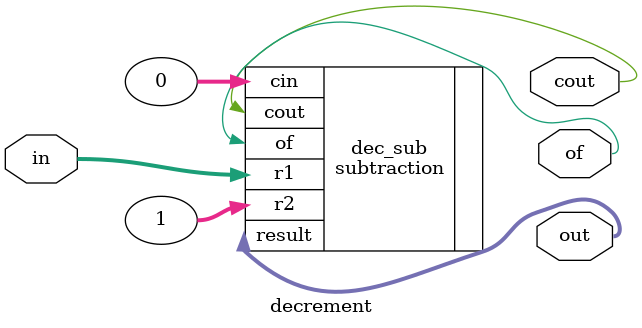
<source format=v>
`timescale 1ns / 1ps


module decrement(
    input [15:0] in,
    output [15:0] out,
    output cout,
    output of
    );
    
    subtraction dec_sub(.r1(in), .r2(1), .cin(0), .result(out), .cout(cout), .of(of));
    
endmodule

</source>
